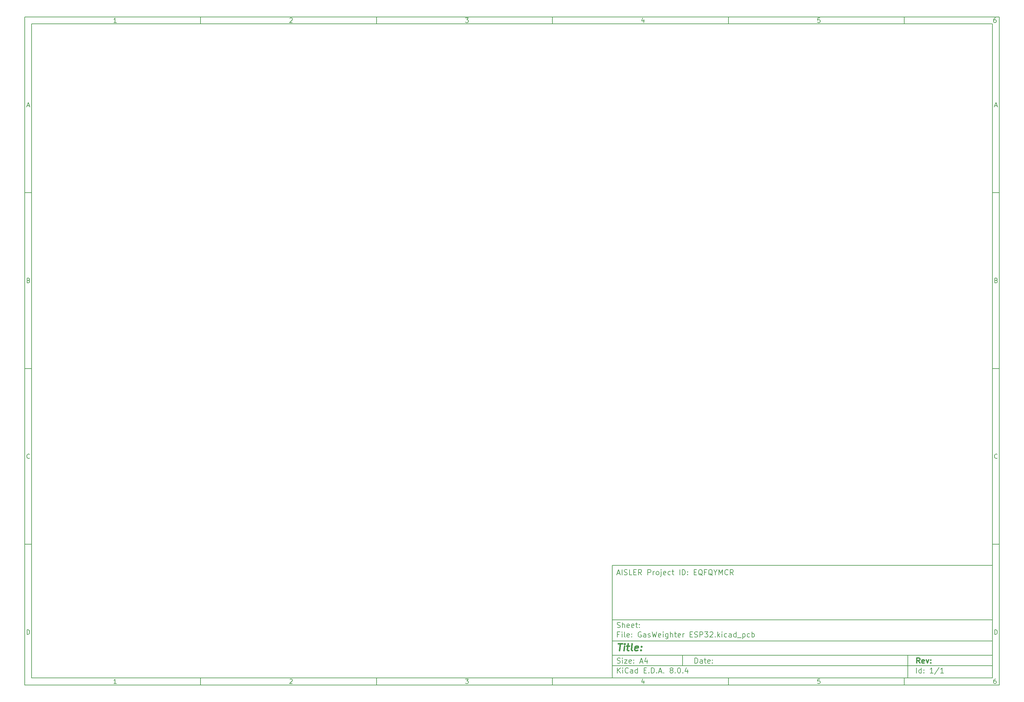
<source format=gbr>
%TF.GenerationSoftware,KiCad,Pcbnew,8.0.4*%
%TF.CreationDate,2024-08-29T22:36:47+02:00*%
%TF.ProjectId,GasWeighter ESP32,47617357-6569-4676-9874-657220455350,rev?*%
%TF.SameCoordinates,Original*%
%TF.FileFunction,Paste,Bot*%
%TF.FilePolarity,Positive*%
%FSLAX46Y46*%
G04 Gerber Fmt 4.6, Leading zero omitted, Abs format (unit mm)*
G04 Created by KiCad (PCBNEW 8.0.4) date 2024-08-29 22:36:47*
%MOMM*%
%LPD*%
G01*
G04 APERTURE LIST*
%ADD10C,0.100000*%
%ADD11C,0.150000*%
%ADD12C,0.300000*%
%ADD13C,0.400000*%
G04 APERTURE END LIST*
D10*
D11*
X177002200Y-166007200D02*
X285002200Y-166007200D01*
X285002200Y-198007200D01*
X177002200Y-198007200D01*
X177002200Y-166007200D01*
D10*
D11*
X10000000Y-10000000D02*
X287002200Y-10000000D01*
X287002200Y-200007200D01*
X10000000Y-200007200D01*
X10000000Y-10000000D01*
D10*
D11*
X12000000Y-12000000D02*
X285002200Y-12000000D01*
X285002200Y-198007200D01*
X12000000Y-198007200D01*
X12000000Y-12000000D01*
D10*
D11*
X60000000Y-12000000D02*
X60000000Y-10000000D01*
D10*
D11*
X110000000Y-12000000D02*
X110000000Y-10000000D01*
D10*
D11*
X160000000Y-12000000D02*
X160000000Y-10000000D01*
D10*
D11*
X210000000Y-12000000D02*
X210000000Y-10000000D01*
D10*
D11*
X260000000Y-12000000D02*
X260000000Y-10000000D01*
D10*
D11*
X36089160Y-11593604D02*
X35346303Y-11593604D01*
X35717731Y-11593604D02*
X35717731Y-10293604D01*
X35717731Y-10293604D02*
X35593922Y-10479319D01*
X35593922Y-10479319D02*
X35470112Y-10603128D01*
X35470112Y-10603128D02*
X35346303Y-10665033D01*
D10*
D11*
X85346303Y-10417414D02*
X85408207Y-10355509D01*
X85408207Y-10355509D02*
X85532017Y-10293604D01*
X85532017Y-10293604D02*
X85841541Y-10293604D01*
X85841541Y-10293604D02*
X85965350Y-10355509D01*
X85965350Y-10355509D02*
X86027255Y-10417414D01*
X86027255Y-10417414D02*
X86089160Y-10541223D01*
X86089160Y-10541223D02*
X86089160Y-10665033D01*
X86089160Y-10665033D02*
X86027255Y-10850747D01*
X86027255Y-10850747D02*
X85284398Y-11593604D01*
X85284398Y-11593604D02*
X86089160Y-11593604D01*
D10*
D11*
X135284398Y-10293604D02*
X136089160Y-10293604D01*
X136089160Y-10293604D02*
X135655826Y-10788842D01*
X135655826Y-10788842D02*
X135841541Y-10788842D01*
X135841541Y-10788842D02*
X135965350Y-10850747D01*
X135965350Y-10850747D02*
X136027255Y-10912652D01*
X136027255Y-10912652D02*
X136089160Y-11036461D01*
X136089160Y-11036461D02*
X136089160Y-11345985D01*
X136089160Y-11345985D02*
X136027255Y-11469795D01*
X136027255Y-11469795D02*
X135965350Y-11531700D01*
X135965350Y-11531700D02*
X135841541Y-11593604D01*
X135841541Y-11593604D02*
X135470112Y-11593604D01*
X135470112Y-11593604D02*
X135346303Y-11531700D01*
X135346303Y-11531700D02*
X135284398Y-11469795D01*
D10*
D11*
X185965350Y-10726938D02*
X185965350Y-11593604D01*
X185655826Y-10231700D02*
X185346303Y-11160271D01*
X185346303Y-11160271D02*
X186151064Y-11160271D01*
D10*
D11*
X236027255Y-10293604D02*
X235408207Y-10293604D01*
X235408207Y-10293604D02*
X235346303Y-10912652D01*
X235346303Y-10912652D02*
X235408207Y-10850747D01*
X235408207Y-10850747D02*
X235532017Y-10788842D01*
X235532017Y-10788842D02*
X235841541Y-10788842D01*
X235841541Y-10788842D02*
X235965350Y-10850747D01*
X235965350Y-10850747D02*
X236027255Y-10912652D01*
X236027255Y-10912652D02*
X236089160Y-11036461D01*
X236089160Y-11036461D02*
X236089160Y-11345985D01*
X236089160Y-11345985D02*
X236027255Y-11469795D01*
X236027255Y-11469795D02*
X235965350Y-11531700D01*
X235965350Y-11531700D02*
X235841541Y-11593604D01*
X235841541Y-11593604D02*
X235532017Y-11593604D01*
X235532017Y-11593604D02*
X235408207Y-11531700D01*
X235408207Y-11531700D02*
X235346303Y-11469795D01*
D10*
D11*
X285965350Y-10293604D02*
X285717731Y-10293604D01*
X285717731Y-10293604D02*
X285593922Y-10355509D01*
X285593922Y-10355509D02*
X285532017Y-10417414D01*
X285532017Y-10417414D02*
X285408207Y-10603128D01*
X285408207Y-10603128D02*
X285346303Y-10850747D01*
X285346303Y-10850747D02*
X285346303Y-11345985D01*
X285346303Y-11345985D02*
X285408207Y-11469795D01*
X285408207Y-11469795D02*
X285470112Y-11531700D01*
X285470112Y-11531700D02*
X285593922Y-11593604D01*
X285593922Y-11593604D02*
X285841541Y-11593604D01*
X285841541Y-11593604D02*
X285965350Y-11531700D01*
X285965350Y-11531700D02*
X286027255Y-11469795D01*
X286027255Y-11469795D02*
X286089160Y-11345985D01*
X286089160Y-11345985D02*
X286089160Y-11036461D01*
X286089160Y-11036461D02*
X286027255Y-10912652D01*
X286027255Y-10912652D02*
X285965350Y-10850747D01*
X285965350Y-10850747D02*
X285841541Y-10788842D01*
X285841541Y-10788842D02*
X285593922Y-10788842D01*
X285593922Y-10788842D02*
X285470112Y-10850747D01*
X285470112Y-10850747D02*
X285408207Y-10912652D01*
X285408207Y-10912652D02*
X285346303Y-11036461D01*
D10*
D11*
X60000000Y-198007200D02*
X60000000Y-200007200D01*
D10*
D11*
X110000000Y-198007200D02*
X110000000Y-200007200D01*
D10*
D11*
X160000000Y-198007200D02*
X160000000Y-200007200D01*
D10*
D11*
X210000000Y-198007200D02*
X210000000Y-200007200D01*
D10*
D11*
X260000000Y-198007200D02*
X260000000Y-200007200D01*
D10*
D11*
X36089160Y-199600804D02*
X35346303Y-199600804D01*
X35717731Y-199600804D02*
X35717731Y-198300804D01*
X35717731Y-198300804D02*
X35593922Y-198486519D01*
X35593922Y-198486519D02*
X35470112Y-198610328D01*
X35470112Y-198610328D02*
X35346303Y-198672233D01*
D10*
D11*
X85346303Y-198424614D02*
X85408207Y-198362709D01*
X85408207Y-198362709D02*
X85532017Y-198300804D01*
X85532017Y-198300804D02*
X85841541Y-198300804D01*
X85841541Y-198300804D02*
X85965350Y-198362709D01*
X85965350Y-198362709D02*
X86027255Y-198424614D01*
X86027255Y-198424614D02*
X86089160Y-198548423D01*
X86089160Y-198548423D02*
X86089160Y-198672233D01*
X86089160Y-198672233D02*
X86027255Y-198857947D01*
X86027255Y-198857947D02*
X85284398Y-199600804D01*
X85284398Y-199600804D02*
X86089160Y-199600804D01*
D10*
D11*
X135284398Y-198300804D02*
X136089160Y-198300804D01*
X136089160Y-198300804D02*
X135655826Y-198796042D01*
X135655826Y-198796042D02*
X135841541Y-198796042D01*
X135841541Y-198796042D02*
X135965350Y-198857947D01*
X135965350Y-198857947D02*
X136027255Y-198919852D01*
X136027255Y-198919852D02*
X136089160Y-199043661D01*
X136089160Y-199043661D02*
X136089160Y-199353185D01*
X136089160Y-199353185D02*
X136027255Y-199476995D01*
X136027255Y-199476995D02*
X135965350Y-199538900D01*
X135965350Y-199538900D02*
X135841541Y-199600804D01*
X135841541Y-199600804D02*
X135470112Y-199600804D01*
X135470112Y-199600804D02*
X135346303Y-199538900D01*
X135346303Y-199538900D02*
X135284398Y-199476995D01*
D10*
D11*
X185965350Y-198734138D02*
X185965350Y-199600804D01*
X185655826Y-198238900D02*
X185346303Y-199167471D01*
X185346303Y-199167471D02*
X186151064Y-199167471D01*
D10*
D11*
X236027255Y-198300804D02*
X235408207Y-198300804D01*
X235408207Y-198300804D02*
X235346303Y-198919852D01*
X235346303Y-198919852D02*
X235408207Y-198857947D01*
X235408207Y-198857947D02*
X235532017Y-198796042D01*
X235532017Y-198796042D02*
X235841541Y-198796042D01*
X235841541Y-198796042D02*
X235965350Y-198857947D01*
X235965350Y-198857947D02*
X236027255Y-198919852D01*
X236027255Y-198919852D02*
X236089160Y-199043661D01*
X236089160Y-199043661D02*
X236089160Y-199353185D01*
X236089160Y-199353185D02*
X236027255Y-199476995D01*
X236027255Y-199476995D02*
X235965350Y-199538900D01*
X235965350Y-199538900D02*
X235841541Y-199600804D01*
X235841541Y-199600804D02*
X235532017Y-199600804D01*
X235532017Y-199600804D02*
X235408207Y-199538900D01*
X235408207Y-199538900D02*
X235346303Y-199476995D01*
D10*
D11*
X285965350Y-198300804D02*
X285717731Y-198300804D01*
X285717731Y-198300804D02*
X285593922Y-198362709D01*
X285593922Y-198362709D02*
X285532017Y-198424614D01*
X285532017Y-198424614D02*
X285408207Y-198610328D01*
X285408207Y-198610328D02*
X285346303Y-198857947D01*
X285346303Y-198857947D02*
X285346303Y-199353185D01*
X285346303Y-199353185D02*
X285408207Y-199476995D01*
X285408207Y-199476995D02*
X285470112Y-199538900D01*
X285470112Y-199538900D02*
X285593922Y-199600804D01*
X285593922Y-199600804D02*
X285841541Y-199600804D01*
X285841541Y-199600804D02*
X285965350Y-199538900D01*
X285965350Y-199538900D02*
X286027255Y-199476995D01*
X286027255Y-199476995D02*
X286089160Y-199353185D01*
X286089160Y-199353185D02*
X286089160Y-199043661D01*
X286089160Y-199043661D02*
X286027255Y-198919852D01*
X286027255Y-198919852D02*
X285965350Y-198857947D01*
X285965350Y-198857947D02*
X285841541Y-198796042D01*
X285841541Y-198796042D02*
X285593922Y-198796042D01*
X285593922Y-198796042D02*
X285470112Y-198857947D01*
X285470112Y-198857947D02*
X285408207Y-198919852D01*
X285408207Y-198919852D02*
X285346303Y-199043661D01*
D10*
D11*
X10000000Y-60000000D02*
X12000000Y-60000000D01*
D10*
D11*
X10000000Y-110000000D02*
X12000000Y-110000000D01*
D10*
D11*
X10000000Y-160000000D02*
X12000000Y-160000000D01*
D10*
D11*
X10690476Y-35222176D02*
X11309523Y-35222176D01*
X10566666Y-35593604D02*
X10999999Y-34293604D01*
X10999999Y-34293604D02*
X11433333Y-35593604D01*
D10*
D11*
X11092857Y-84912652D02*
X11278571Y-84974557D01*
X11278571Y-84974557D02*
X11340476Y-85036461D01*
X11340476Y-85036461D02*
X11402380Y-85160271D01*
X11402380Y-85160271D02*
X11402380Y-85345985D01*
X11402380Y-85345985D02*
X11340476Y-85469795D01*
X11340476Y-85469795D02*
X11278571Y-85531700D01*
X11278571Y-85531700D02*
X11154761Y-85593604D01*
X11154761Y-85593604D02*
X10659523Y-85593604D01*
X10659523Y-85593604D02*
X10659523Y-84293604D01*
X10659523Y-84293604D02*
X11092857Y-84293604D01*
X11092857Y-84293604D02*
X11216666Y-84355509D01*
X11216666Y-84355509D02*
X11278571Y-84417414D01*
X11278571Y-84417414D02*
X11340476Y-84541223D01*
X11340476Y-84541223D02*
X11340476Y-84665033D01*
X11340476Y-84665033D02*
X11278571Y-84788842D01*
X11278571Y-84788842D02*
X11216666Y-84850747D01*
X11216666Y-84850747D02*
X11092857Y-84912652D01*
X11092857Y-84912652D02*
X10659523Y-84912652D01*
D10*
D11*
X11402380Y-135469795D02*
X11340476Y-135531700D01*
X11340476Y-135531700D02*
X11154761Y-135593604D01*
X11154761Y-135593604D02*
X11030952Y-135593604D01*
X11030952Y-135593604D02*
X10845238Y-135531700D01*
X10845238Y-135531700D02*
X10721428Y-135407890D01*
X10721428Y-135407890D02*
X10659523Y-135284080D01*
X10659523Y-135284080D02*
X10597619Y-135036461D01*
X10597619Y-135036461D02*
X10597619Y-134850747D01*
X10597619Y-134850747D02*
X10659523Y-134603128D01*
X10659523Y-134603128D02*
X10721428Y-134479319D01*
X10721428Y-134479319D02*
X10845238Y-134355509D01*
X10845238Y-134355509D02*
X11030952Y-134293604D01*
X11030952Y-134293604D02*
X11154761Y-134293604D01*
X11154761Y-134293604D02*
X11340476Y-134355509D01*
X11340476Y-134355509D02*
X11402380Y-134417414D01*
D10*
D11*
X10659523Y-185593604D02*
X10659523Y-184293604D01*
X10659523Y-184293604D02*
X10969047Y-184293604D01*
X10969047Y-184293604D02*
X11154761Y-184355509D01*
X11154761Y-184355509D02*
X11278571Y-184479319D01*
X11278571Y-184479319D02*
X11340476Y-184603128D01*
X11340476Y-184603128D02*
X11402380Y-184850747D01*
X11402380Y-184850747D02*
X11402380Y-185036461D01*
X11402380Y-185036461D02*
X11340476Y-185284080D01*
X11340476Y-185284080D02*
X11278571Y-185407890D01*
X11278571Y-185407890D02*
X11154761Y-185531700D01*
X11154761Y-185531700D02*
X10969047Y-185593604D01*
X10969047Y-185593604D02*
X10659523Y-185593604D01*
D10*
D11*
X287002200Y-60000000D02*
X285002200Y-60000000D01*
D10*
D11*
X287002200Y-110000000D02*
X285002200Y-110000000D01*
D10*
D11*
X287002200Y-160000000D02*
X285002200Y-160000000D01*
D10*
D11*
X285692676Y-35222176D02*
X286311723Y-35222176D01*
X285568866Y-35593604D02*
X286002199Y-34293604D01*
X286002199Y-34293604D02*
X286435533Y-35593604D01*
D10*
D11*
X286095057Y-84912652D02*
X286280771Y-84974557D01*
X286280771Y-84974557D02*
X286342676Y-85036461D01*
X286342676Y-85036461D02*
X286404580Y-85160271D01*
X286404580Y-85160271D02*
X286404580Y-85345985D01*
X286404580Y-85345985D02*
X286342676Y-85469795D01*
X286342676Y-85469795D02*
X286280771Y-85531700D01*
X286280771Y-85531700D02*
X286156961Y-85593604D01*
X286156961Y-85593604D02*
X285661723Y-85593604D01*
X285661723Y-85593604D02*
X285661723Y-84293604D01*
X285661723Y-84293604D02*
X286095057Y-84293604D01*
X286095057Y-84293604D02*
X286218866Y-84355509D01*
X286218866Y-84355509D02*
X286280771Y-84417414D01*
X286280771Y-84417414D02*
X286342676Y-84541223D01*
X286342676Y-84541223D02*
X286342676Y-84665033D01*
X286342676Y-84665033D02*
X286280771Y-84788842D01*
X286280771Y-84788842D02*
X286218866Y-84850747D01*
X286218866Y-84850747D02*
X286095057Y-84912652D01*
X286095057Y-84912652D02*
X285661723Y-84912652D01*
D10*
D11*
X286404580Y-135469795D02*
X286342676Y-135531700D01*
X286342676Y-135531700D02*
X286156961Y-135593604D01*
X286156961Y-135593604D02*
X286033152Y-135593604D01*
X286033152Y-135593604D02*
X285847438Y-135531700D01*
X285847438Y-135531700D02*
X285723628Y-135407890D01*
X285723628Y-135407890D02*
X285661723Y-135284080D01*
X285661723Y-135284080D02*
X285599819Y-135036461D01*
X285599819Y-135036461D02*
X285599819Y-134850747D01*
X285599819Y-134850747D02*
X285661723Y-134603128D01*
X285661723Y-134603128D02*
X285723628Y-134479319D01*
X285723628Y-134479319D02*
X285847438Y-134355509D01*
X285847438Y-134355509D02*
X286033152Y-134293604D01*
X286033152Y-134293604D02*
X286156961Y-134293604D01*
X286156961Y-134293604D02*
X286342676Y-134355509D01*
X286342676Y-134355509D02*
X286404580Y-134417414D01*
D10*
D11*
X285661723Y-185593604D02*
X285661723Y-184293604D01*
X285661723Y-184293604D02*
X285971247Y-184293604D01*
X285971247Y-184293604D02*
X286156961Y-184355509D01*
X286156961Y-184355509D02*
X286280771Y-184479319D01*
X286280771Y-184479319D02*
X286342676Y-184603128D01*
X286342676Y-184603128D02*
X286404580Y-184850747D01*
X286404580Y-184850747D02*
X286404580Y-185036461D01*
X286404580Y-185036461D02*
X286342676Y-185284080D01*
X286342676Y-185284080D02*
X286280771Y-185407890D01*
X286280771Y-185407890D02*
X286156961Y-185531700D01*
X286156961Y-185531700D02*
X285971247Y-185593604D01*
X285971247Y-185593604D02*
X285661723Y-185593604D01*
D10*
D11*
X200458026Y-193793328D02*
X200458026Y-192293328D01*
X200458026Y-192293328D02*
X200815169Y-192293328D01*
X200815169Y-192293328D02*
X201029455Y-192364757D01*
X201029455Y-192364757D02*
X201172312Y-192507614D01*
X201172312Y-192507614D02*
X201243741Y-192650471D01*
X201243741Y-192650471D02*
X201315169Y-192936185D01*
X201315169Y-192936185D02*
X201315169Y-193150471D01*
X201315169Y-193150471D02*
X201243741Y-193436185D01*
X201243741Y-193436185D02*
X201172312Y-193579042D01*
X201172312Y-193579042D02*
X201029455Y-193721900D01*
X201029455Y-193721900D02*
X200815169Y-193793328D01*
X200815169Y-193793328D02*
X200458026Y-193793328D01*
X202600884Y-193793328D02*
X202600884Y-193007614D01*
X202600884Y-193007614D02*
X202529455Y-192864757D01*
X202529455Y-192864757D02*
X202386598Y-192793328D01*
X202386598Y-192793328D02*
X202100884Y-192793328D01*
X202100884Y-192793328D02*
X201958026Y-192864757D01*
X202600884Y-193721900D02*
X202458026Y-193793328D01*
X202458026Y-193793328D02*
X202100884Y-193793328D01*
X202100884Y-193793328D02*
X201958026Y-193721900D01*
X201958026Y-193721900D02*
X201886598Y-193579042D01*
X201886598Y-193579042D02*
X201886598Y-193436185D01*
X201886598Y-193436185D02*
X201958026Y-193293328D01*
X201958026Y-193293328D02*
X202100884Y-193221900D01*
X202100884Y-193221900D02*
X202458026Y-193221900D01*
X202458026Y-193221900D02*
X202600884Y-193150471D01*
X203100884Y-192793328D02*
X203672312Y-192793328D01*
X203315169Y-192293328D02*
X203315169Y-193579042D01*
X203315169Y-193579042D02*
X203386598Y-193721900D01*
X203386598Y-193721900D02*
X203529455Y-193793328D01*
X203529455Y-193793328D02*
X203672312Y-193793328D01*
X204743741Y-193721900D02*
X204600884Y-193793328D01*
X204600884Y-193793328D02*
X204315170Y-193793328D01*
X204315170Y-193793328D02*
X204172312Y-193721900D01*
X204172312Y-193721900D02*
X204100884Y-193579042D01*
X204100884Y-193579042D02*
X204100884Y-193007614D01*
X204100884Y-193007614D02*
X204172312Y-192864757D01*
X204172312Y-192864757D02*
X204315170Y-192793328D01*
X204315170Y-192793328D02*
X204600884Y-192793328D01*
X204600884Y-192793328D02*
X204743741Y-192864757D01*
X204743741Y-192864757D02*
X204815170Y-193007614D01*
X204815170Y-193007614D02*
X204815170Y-193150471D01*
X204815170Y-193150471D02*
X204100884Y-193293328D01*
X205458026Y-193650471D02*
X205529455Y-193721900D01*
X205529455Y-193721900D02*
X205458026Y-193793328D01*
X205458026Y-193793328D02*
X205386598Y-193721900D01*
X205386598Y-193721900D02*
X205458026Y-193650471D01*
X205458026Y-193650471D02*
X205458026Y-193793328D01*
X205458026Y-192864757D02*
X205529455Y-192936185D01*
X205529455Y-192936185D02*
X205458026Y-193007614D01*
X205458026Y-193007614D02*
X205386598Y-192936185D01*
X205386598Y-192936185D02*
X205458026Y-192864757D01*
X205458026Y-192864757D02*
X205458026Y-193007614D01*
D10*
D11*
X177002200Y-194507200D02*
X285002200Y-194507200D01*
D10*
D11*
X178458026Y-196593328D02*
X178458026Y-195093328D01*
X179315169Y-196593328D02*
X178672312Y-195736185D01*
X179315169Y-195093328D02*
X178458026Y-195950471D01*
X179958026Y-196593328D02*
X179958026Y-195593328D01*
X179958026Y-195093328D02*
X179886598Y-195164757D01*
X179886598Y-195164757D02*
X179958026Y-195236185D01*
X179958026Y-195236185D02*
X180029455Y-195164757D01*
X180029455Y-195164757D02*
X179958026Y-195093328D01*
X179958026Y-195093328D02*
X179958026Y-195236185D01*
X181529455Y-196450471D02*
X181458027Y-196521900D01*
X181458027Y-196521900D02*
X181243741Y-196593328D01*
X181243741Y-196593328D02*
X181100884Y-196593328D01*
X181100884Y-196593328D02*
X180886598Y-196521900D01*
X180886598Y-196521900D02*
X180743741Y-196379042D01*
X180743741Y-196379042D02*
X180672312Y-196236185D01*
X180672312Y-196236185D02*
X180600884Y-195950471D01*
X180600884Y-195950471D02*
X180600884Y-195736185D01*
X180600884Y-195736185D02*
X180672312Y-195450471D01*
X180672312Y-195450471D02*
X180743741Y-195307614D01*
X180743741Y-195307614D02*
X180886598Y-195164757D01*
X180886598Y-195164757D02*
X181100884Y-195093328D01*
X181100884Y-195093328D02*
X181243741Y-195093328D01*
X181243741Y-195093328D02*
X181458027Y-195164757D01*
X181458027Y-195164757D02*
X181529455Y-195236185D01*
X182815170Y-196593328D02*
X182815170Y-195807614D01*
X182815170Y-195807614D02*
X182743741Y-195664757D01*
X182743741Y-195664757D02*
X182600884Y-195593328D01*
X182600884Y-195593328D02*
X182315170Y-195593328D01*
X182315170Y-195593328D02*
X182172312Y-195664757D01*
X182815170Y-196521900D02*
X182672312Y-196593328D01*
X182672312Y-196593328D02*
X182315170Y-196593328D01*
X182315170Y-196593328D02*
X182172312Y-196521900D01*
X182172312Y-196521900D02*
X182100884Y-196379042D01*
X182100884Y-196379042D02*
X182100884Y-196236185D01*
X182100884Y-196236185D02*
X182172312Y-196093328D01*
X182172312Y-196093328D02*
X182315170Y-196021900D01*
X182315170Y-196021900D02*
X182672312Y-196021900D01*
X182672312Y-196021900D02*
X182815170Y-195950471D01*
X184172313Y-196593328D02*
X184172313Y-195093328D01*
X184172313Y-196521900D02*
X184029455Y-196593328D01*
X184029455Y-196593328D02*
X183743741Y-196593328D01*
X183743741Y-196593328D02*
X183600884Y-196521900D01*
X183600884Y-196521900D02*
X183529455Y-196450471D01*
X183529455Y-196450471D02*
X183458027Y-196307614D01*
X183458027Y-196307614D02*
X183458027Y-195879042D01*
X183458027Y-195879042D02*
X183529455Y-195736185D01*
X183529455Y-195736185D02*
X183600884Y-195664757D01*
X183600884Y-195664757D02*
X183743741Y-195593328D01*
X183743741Y-195593328D02*
X184029455Y-195593328D01*
X184029455Y-195593328D02*
X184172313Y-195664757D01*
X186029455Y-195807614D02*
X186529455Y-195807614D01*
X186743741Y-196593328D02*
X186029455Y-196593328D01*
X186029455Y-196593328D02*
X186029455Y-195093328D01*
X186029455Y-195093328D02*
X186743741Y-195093328D01*
X187386598Y-196450471D02*
X187458027Y-196521900D01*
X187458027Y-196521900D02*
X187386598Y-196593328D01*
X187386598Y-196593328D02*
X187315170Y-196521900D01*
X187315170Y-196521900D02*
X187386598Y-196450471D01*
X187386598Y-196450471D02*
X187386598Y-196593328D01*
X188100884Y-196593328D02*
X188100884Y-195093328D01*
X188100884Y-195093328D02*
X188458027Y-195093328D01*
X188458027Y-195093328D02*
X188672313Y-195164757D01*
X188672313Y-195164757D02*
X188815170Y-195307614D01*
X188815170Y-195307614D02*
X188886599Y-195450471D01*
X188886599Y-195450471D02*
X188958027Y-195736185D01*
X188958027Y-195736185D02*
X188958027Y-195950471D01*
X188958027Y-195950471D02*
X188886599Y-196236185D01*
X188886599Y-196236185D02*
X188815170Y-196379042D01*
X188815170Y-196379042D02*
X188672313Y-196521900D01*
X188672313Y-196521900D02*
X188458027Y-196593328D01*
X188458027Y-196593328D02*
X188100884Y-196593328D01*
X189600884Y-196450471D02*
X189672313Y-196521900D01*
X189672313Y-196521900D02*
X189600884Y-196593328D01*
X189600884Y-196593328D02*
X189529456Y-196521900D01*
X189529456Y-196521900D02*
X189600884Y-196450471D01*
X189600884Y-196450471D02*
X189600884Y-196593328D01*
X190243742Y-196164757D02*
X190958028Y-196164757D01*
X190100885Y-196593328D02*
X190600885Y-195093328D01*
X190600885Y-195093328D02*
X191100885Y-196593328D01*
X191600884Y-196450471D02*
X191672313Y-196521900D01*
X191672313Y-196521900D02*
X191600884Y-196593328D01*
X191600884Y-196593328D02*
X191529456Y-196521900D01*
X191529456Y-196521900D02*
X191600884Y-196450471D01*
X191600884Y-196450471D02*
X191600884Y-196593328D01*
X193672313Y-195736185D02*
X193529456Y-195664757D01*
X193529456Y-195664757D02*
X193458027Y-195593328D01*
X193458027Y-195593328D02*
X193386599Y-195450471D01*
X193386599Y-195450471D02*
X193386599Y-195379042D01*
X193386599Y-195379042D02*
X193458027Y-195236185D01*
X193458027Y-195236185D02*
X193529456Y-195164757D01*
X193529456Y-195164757D02*
X193672313Y-195093328D01*
X193672313Y-195093328D02*
X193958027Y-195093328D01*
X193958027Y-195093328D02*
X194100885Y-195164757D01*
X194100885Y-195164757D02*
X194172313Y-195236185D01*
X194172313Y-195236185D02*
X194243742Y-195379042D01*
X194243742Y-195379042D02*
X194243742Y-195450471D01*
X194243742Y-195450471D02*
X194172313Y-195593328D01*
X194172313Y-195593328D02*
X194100885Y-195664757D01*
X194100885Y-195664757D02*
X193958027Y-195736185D01*
X193958027Y-195736185D02*
X193672313Y-195736185D01*
X193672313Y-195736185D02*
X193529456Y-195807614D01*
X193529456Y-195807614D02*
X193458027Y-195879042D01*
X193458027Y-195879042D02*
X193386599Y-196021900D01*
X193386599Y-196021900D02*
X193386599Y-196307614D01*
X193386599Y-196307614D02*
X193458027Y-196450471D01*
X193458027Y-196450471D02*
X193529456Y-196521900D01*
X193529456Y-196521900D02*
X193672313Y-196593328D01*
X193672313Y-196593328D02*
X193958027Y-196593328D01*
X193958027Y-196593328D02*
X194100885Y-196521900D01*
X194100885Y-196521900D02*
X194172313Y-196450471D01*
X194172313Y-196450471D02*
X194243742Y-196307614D01*
X194243742Y-196307614D02*
X194243742Y-196021900D01*
X194243742Y-196021900D02*
X194172313Y-195879042D01*
X194172313Y-195879042D02*
X194100885Y-195807614D01*
X194100885Y-195807614D02*
X193958027Y-195736185D01*
X194886598Y-196450471D02*
X194958027Y-196521900D01*
X194958027Y-196521900D02*
X194886598Y-196593328D01*
X194886598Y-196593328D02*
X194815170Y-196521900D01*
X194815170Y-196521900D02*
X194886598Y-196450471D01*
X194886598Y-196450471D02*
X194886598Y-196593328D01*
X195886599Y-195093328D02*
X196029456Y-195093328D01*
X196029456Y-195093328D02*
X196172313Y-195164757D01*
X196172313Y-195164757D02*
X196243742Y-195236185D01*
X196243742Y-195236185D02*
X196315170Y-195379042D01*
X196315170Y-195379042D02*
X196386599Y-195664757D01*
X196386599Y-195664757D02*
X196386599Y-196021900D01*
X196386599Y-196021900D02*
X196315170Y-196307614D01*
X196315170Y-196307614D02*
X196243742Y-196450471D01*
X196243742Y-196450471D02*
X196172313Y-196521900D01*
X196172313Y-196521900D02*
X196029456Y-196593328D01*
X196029456Y-196593328D02*
X195886599Y-196593328D01*
X195886599Y-196593328D02*
X195743742Y-196521900D01*
X195743742Y-196521900D02*
X195672313Y-196450471D01*
X195672313Y-196450471D02*
X195600884Y-196307614D01*
X195600884Y-196307614D02*
X195529456Y-196021900D01*
X195529456Y-196021900D02*
X195529456Y-195664757D01*
X195529456Y-195664757D02*
X195600884Y-195379042D01*
X195600884Y-195379042D02*
X195672313Y-195236185D01*
X195672313Y-195236185D02*
X195743742Y-195164757D01*
X195743742Y-195164757D02*
X195886599Y-195093328D01*
X197029455Y-196450471D02*
X197100884Y-196521900D01*
X197100884Y-196521900D02*
X197029455Y-196593328D01*
X197029455Y-196593328D02*
X196958027Y-196521900D01*
X196958027Y-196521900D02*
X197029455Y-196450471D01*
X197029455Y-196450471D02*
X197029455Y-196593328D01*
X198386599Y-195593328D02*
X198386599Y-196593328D01*
X198029456Y-195021900D02*
X197672313Y-196093328D01*
X197672313Y-196093328D02*
X198600884Y-196093328D01*
D10*
D11*
X177002200Y-191507200D02*
X285002200Y-191507200D01*
D10*
D12*
X264413853Y-193785528D02*
X263913853Y-193071242D01*
X263556710Y-193785528D02*
X263556710Y-192285528D01*
X263556710Y-192285528D02*
X264128139Y-192285528D01*
X264128139Y-192285528D02*
X264270996Y-192356957D01*
X264270996Y-192356957D02*
X264342425Y-192428385D01*
X264342425Y-192428385D02*
X264413853Y-192571242D01*
X264413853Y-192571242D02*
X264413853Y-192785528D01*
X264413853Y-192785528D02*
X264342425Y-192928385D01*
X264342425Y-192928385D02*
X264270996Y-192999814D01*
X264270996Y-192999814D02*
X264128139Y-193071242D01*
X264128139Y-193071242D02*
X263556710Y-193071242D01*
X265628139Y-193714100D02*
X265485282Y-193785528D01*
X265485282Y-193785528D02*
X265199568Y-193785528D01*
X265199568Y-193785528D02*
X265056710Y-193714100D01*
X265056710Y-193714100D02*
X264985282Y-193571242D01*
X264985282Y-193571242D02*
X264985282Y-192999814D01*
X264985282Y-192999814D02*
X265056710Y-192856957D01*
X265056710Y-192856957D02*
X265199568Y-192785528D01*
X265199568Y-192785528D02*
X265485282Y-192785528D01*
X265485282Y-192785528D02*
X265628139Y-192856957D01*
X265628139Y-192856957D02*
X265699568Y-192999814D01*
X265699568Y-192999814D02*
X265699568Y-193142671D01*
X265699568Y-193142671D02*
X264985282Y-193285528D01*
X266199567Y-192785528D02*
X266556710Y-193785528D01*
X266556710Y-193785528D02*
X266913853Y-192785528D01*
X267485281Y-193642671D02*
X267556710Y-193714100D01*
X267556710Y-193714100D02*
X267485281Y-193785528D01*
X267485281Y-193785528D02*
X267413853Y-193714100D01*
X267413853Y-193714100D02*
X267485281Y-193642671D01*
X267485281Y-193642671D02*
X267485281Y-193785528D01*
X267485281Y-192856957D02*
X267556710Y-192928385D01*
X267556710Y-192928385D02*
X267485281Y-192999814D01*
X267485281Y-192999814D02*
X267413853Y-192928385D01*
X267413853Y-192928385D02*
X267485281Y-192856957D01*
X267485281Y-192856957D02*
X267485281Y-192999814D01*
D10*
D11*
X178386598Y-193721900D02*
X178600884Y-193793328D01*
X178600884Y-193793328D02*
X178958026Y-193793328D01*
X178958026Y-193793328D02*
X179100884Y-193721900D01*
X179100884Y-193721900D02*
X179172312Y-193650471D01*
X179172312Y-193650471D02*
X179243741Y-193507614D01*
X179243741Y-193507614D02*
X179243741Y-193364757D01*
X179243741Y-193364757D02*
X179172312Y-193221900D01*
X179172312Y-193221900D02*
X179100884Y-193150471D01*
X179100884Y-193150471D02*
X178958026Y-193079042D01*
X178958026Y-193079042D02*
X178672312Y-193007614D01*
X178672312Y-193007614D02*
X178529455Y-192936185D01*
X178529455Y-192936185D02*
X178458026Y-192864757D01*
X178458026Y-192864757D02*
X178386598Y-192721900D01*
X178386598Y-192721900D02*
X178386598Y-192579042D01*
X178386598Y-192579042D02*
X178458026Y-192436185D01*
X178458026Y-192436185D02*
X178529455Y-192364757D01*
X178529455Y-192364757D02*
X178672312Y-192293328D01*
X178672312Y-192293328D02*
X179029455Y-192293328D01*
X179029455Y-192293328D02*
X179243741Y-192364757D01*
X179886597Y-193793328D02*
X179886597Y-192793328D01*
X179886597Y-192293328D02*
X179815169Y-192364757D01*
X179815169Y-192364757D02*
X179886597Y-192436185D01*
X179886597Y-192436185D02*
X179958026Y-192364757D01*
X179958026Y-192364757D02*
X179886597Y-192293328D01*
X179886597Y-192293328D02*
X179886597Y-192436185D01*
X180458026Y-192793328D02*
X181243741Y-192793328D01*
X181243741Y-192793328D02*
X180458026Y-193793328D01*
X180458026Y-193793328D02*
X181243741Y-193793328D01*
X182386598Y-193721900D02*
X182243741Y-193793328D01*
X182243741Y-193793328D02*
X181958027Y-193793328D01*
X181958027Y-193793328D02*
X181815169Y-193721900D01*
X181815169Y-193721900D02*
X181743741Y-193579042D01*
X181743741Y-193579042D02*
X181743741Y-193007614D01*
X181743741Y-193007614D02*
X181815169Y-192864757D01*
X181815169Y-192864757D02*
X181958027Y-192793328D01*
X181958027Y-192793328D02*
X182243741Y-192793328D01*
X182243741Y-192793328D02*
X182386598Y-192864757D01*
X182386598Y-192864757D02*
X182458027Y-193007614D01*
X182458027Y-193007614D02*
X182458027Y-193150471D01*
X182458027Y-193150471D02*
X181743741Y-193293328D01*
X183100883Y-193650471D02*
X183172312Y-193721900D01*
X183172312Y-193721900D02*
X183100883Y-193793328D01*
X183100883Y-193793328D02*
X183029455Y-193721900D01*
X183029455Y-193721900D02*
X183100883Y-193650471D01*
X183100883Y-193650471D02*
X183100883Y-193793328D01*
X183100883Y-192864757D02*
X183172312Y-192936185D01*
X183172312Y-192936185D02*
X183100883Y-193007614D01*
X183100883Y-193007614D02*
X183029455Y-192936185D01*
X183029455Y-192936185D02*
X183100883Y-192864757D01*
X183100883Y-192864757D02*
X183100883Y-193007614D01*
X184886598Y-193364757D02*
X185600884Y-193364757D01*
X184743741Y-193793328D02*
X185243741Y-192293328D01*
X185243741Y-192293328D02*
X185743741Y-193793328D01*
X186886598Y-192793328D02*
X186886598Y-193793328D01*
X186529455Y-192221900D02*
X186172312Y-193293328D01*
X186172312Y-193293328D02*
X187100883Y-193293328D01*
D10*
D11*
X263458026Y-196593328D02*
X263458026Y-195093328D01*
X264815170Y-196593328D02*
X264815170Y-195093328D01*
X264815170Y-196521900D02*
X264672312Y-196593328D01*
X264672312Y-196593328D02*
X264386598Y-196593328D01*
X264386598Y-196593328D02*
X264243741Y-196521900D01*
X264243741Y-196521900D02*
X264172312Y-196450471D01*
X264172312Y-196450471D02*
X264100884Y-196307614D01*
X264100884Y-196307614D02*
X264100884Y-195879042D01*
X264100884Y-195879042D02*
X264172312Y-195736185D01*
X264172312Y-195736185D02*
X264243741Y-195664757D01*
X264243741Y-195664757D02*
X264386598Y-195593328D01*
X264386598Y-195593328D02*
X264672312Y-195593328D01*
X264672312Y-195593328D02*
X264815170Y-195664757D01*
X265529455Y-196450471D02*
X265600884Y-196521900D01*
X265600884Y-196521900D02*
X265529455Y-196593328D01*
X265529455Y-196593328D02*
X265458027Y-196521900D01*
X265458027Y-196521900D02*
X265529455Y-196450471D01*
X265529455Y-196450471D02*
X265529455Y-196593328D01*
X265529455Y-195664757D02*
X265600884Y-195736185D01*
X265600884Y-195736185D02*
X265529455Y-195807614D01*
X265529455Y-195807614D02*
X265458027Y-195736185D01*
X265458027Y-195736185D02*
X265529455Y-195664757D01*
X265529455Y-195664757D02*
X265529455Y-195807614D01*
X268172313Y-196593328D02*
X267315170Y-196593328D01*
X267743741Y-196593328D02*
X267743741Y-195093328D01*
X267743741Y-195093328D02*
X267600884Y-195307614D01*
X267600884Y-195307614D02*
X267458027Y-195450471D01*
X267458027Y-195450471D02*
X267315170Y-195521900D01*
X269886598Y-195021900D02*
X268600884Y-196950471D01*
X271172313Y-196593328D02*
X270315170Y-196593328D01*
X270743741Y-196593328D02*
X270743741Y-195093328D01*
X270743741Y-195093328D02*
X270600884Y-195307614D01*
X270600884Y-195307614D02*
X270458027Y-195450471D01*
X270458027Y-195450471D02*
X270315170Y-195521900D01*
D10*
D11*
X177002200Y-187507200D02*
X285002200Y-187507200D01*
D10*
D13*
X178693928Y-188211638D02*
X179836785Y-188211638D01*
X179015357Y-190211638D02*
X179265357Y-188211638D01*
X180253452Y-190211638D02*
X180420119Y-188878304D01*
X180503452Y-188211638D02*
X180396309Y-188306876D01*
X180396309Y-188306876D02*
X180479643Y-188402114D01*
X180479643Y-188402114D02*
X180586786Y-188306876D01*
X180586786Y-188306876D02*
X180503452Y-188211638D01*
X180503452Y-188211638D02*
X180479643Y-188402114D01*
X181086786Y-188878304D02*
X181848690Y-188878304D01*
X181455833Y-188211638D02*
X181241548Y-189925923D01*
X181241548Y-189925923D02*
X181312976Y-190116400D01*
X181312976Y-190116400D02*
X181491548Y-190211638D01*
X181491548Y-190211638D02*
X181682024Y-190211638D01*
X182634405Y-190211638D02*
X182455833Y-190116400D01*
X182455833Y-190116400D02*
X182384405Y-189925923D01*
X182384405Y-189925923D02*
X182598690Y-188211638D01*
X184170119Y-190116400D02*
X183967738Y-190211638D01*
X183967738Y-190211638D02*
X183586785Y-190211638D01*
X183586785Y-190211638D02*
X183408214Y-190116400D01*
X183408214Y-190116400D02*
X183336785Y-189925923D01*
X183336785Y-189925923D02*
X183432024Y-189164019D01*
X183432024Y-189164019D02*
X183551071Y-188973542D01*
X183551071Y-188973542D02*
X183753452Y-188878304D01*
X183753452Y-188878304D02*
X184134404Y-188878304D01*
X184134404Y-188878304D02*
X184312976Y-188973542D01*
X184312976Y-188973542D02*
X184384404Y-189164019D01*
X184384404Y-189164019D02*
X184360595Y-189354495D01*
X184360595Y-189354495D02*
X183384404Y-189544971D01*
X185134405Y-190021161D02*
X185217738Y-190116400D01*
X185217738Y-190116400D02*
X185110595Y-190211638D01*
X185110595Y-190211638D02*
X185027262Y-190116400D01*
X185027262Y-190116400D02*
X185134405Y-190021161D01*
X185134405Y-190021161D02*
X185110595Y-190211638D01*
X185265357Y-188973542D02*
X185348690Y-189068780D01*
X185348690Y-189068780D02*
X185241548Y-189164019D01*
X185241548Y-189164019D02*
X185158214Y-189068780D01*
X185158214Y-189068780D02*
X185265357Y-188973542D01*
X185265357Y-188973542D02*
X185241548Y-189164019D01*
D10*
D11*
X178958026Y-185607614D02*
X178458026Y-185607614D01*
X178458026Y-186393328D02*
X178458026Y-184893328D01*
X178458026Y-184893328D02*
X179172312Y-184893328D01*
X179743740Y-186393328D02*
X179743740Y-185393328D01*
X179743740Y-184893328D02*
X179672312Y-184964757D01*
X179672312Y-184964757D02*
X179743740Y-185036185D01*
X179743740Y-185036185D02*
X179815169Y-184964757D01*
X179815169Y-184964757D02*
X179743740Y-184893328D01*
X179743740Y-184893328D02*
X179743740Y-185036185D01*
X180672312Y-186393328D02*
X180529455Y-186321900D01*
X180529455Y-186321900D02*
X180458026Y-186179042D01*
X180458026Y-186179042D02*
X180458026Y-184893328D01*
X181815169Y-186321900D02*
X181672312Y-186393328D01*
X181672312Y-186393328D02*
X181386598Y-186393328D01*
X181386598Y-186393328D02*
X181243740Y-186321900D01*
X181243740Y-186321900D02*
X181172312Y-186179042D01*
X181172312Y-186179042D02*
X181172312Y-185607614D01*
X181172312Y-185607614D02*
X181243740Y-185464757D01*
X181243740Y-185464757D02*
X181386598Y-185393328D01*
X181386598Y-185393328D02*
X181672312Y-185393328D01*
X181672312Y-185393328D02*
X181815169Y-185464757D01*
X181815169Y-185464757D02*
X181886598Y-185607614D01*
X181886598Y-185607614D02*
X181886598Y-185750471D01*
X181886598Y-185750471D02*
X181172312Y-185893328D01*
X182529454Y-186250471D02*
X182600883Y-186321900D01*
X182600883Y-186321900D02*
X182529454Y-186393328D01*
X182529454Y-186393328D02*
X182458026Y-186321900D01*
X182458026Y-186321900D02*
X182529454Y-186250471D01*
X182529454Y-186250471D02*
X182529454Y-186393328D01*
X182529454Y-185464757D02*
X182600883Y-185536185D01*
X182600883Y-185536185D02*
X182529454Y-185607614D01*
X182529454Y-185607614D02*
X182458026Y-185536185D01*
X182458026Y-185536185D02*
X182529454Y-185464757D01*
X182529454Y-185464757D02*
X182529454Y-185607614D01*
X185172312Y-184964757D02*
X185029455Y-184893328D01*
X185029455Y-184893328D02*
X184815169Y-184893328D01*
X184815169Y-184893328D02*
X184600883Y-184964757D01*
X184600883Y-184964757D02*
X184458026Y-185107614D01*
X184458026Y-185107614D02*
X184386597Y-185250471D01*
X184386597Y-185250471D02*
X184315169Y-185536185D01*
X184315169Y-185536185D02*
X184315169Y-185750471D01*
X184315169Y-185750471D02*
X184386597Y-186036185D01*
X184386597Y-186036185D02*
X184458026Y-186179042D01*
X184458026Y-186179042D02*
X184600883Y-186321900D01*
X184600883Y-186321900D02*
X184815169Y-186393328D01*
X184815169Y-186393328D02*
X184958026Y-186393328D01*
X184958026Y-186393328D02*
X185172312Y-186321900D01*
X185172312Y-186321900D02*
X185243740Y-186250471D01*
X185243740Y-186250471D02*
X185243740Y-185750471D01*
X185243740Y-185750471D02*
X184958026Y-185750471D01*
X186529455Y-186393328D02*
X186529455Y-185607614D01*
X186529455Y-185607614D02*
X186458026Y-185464757D01*
X186458026Y-185464757D02*
X186315169Y-185393328D01*
X186315169Y-185393328D02*
X186029455Y-185393328D01*
X186029455Y-185393328D02*
X185886597Y-185464757D01*
X186529455Y-186321900D02*
X186386597Y-186393328D01*
X186386597Y-186393328D02*
X186029455Y-186393328D01*
X186029455Y-186393328D02*
X185886597Y-186321900D01*
X185886597Y-186321900D02*
X185815169Y-186179042D01*
X185815169Y-186179042D02*
X185815169Y-186036185D01*
X185815169Y-186036185D02*
X185886597Y-185893328D01*
X185886597Y-185893328D02*
X186029455Y-185821900D01*
X186029455Y-185821900D02*
X186386597Y-185821900D01*
X186386597Y-185821900D02*
X186529455Y-185750471D01*
X187172312Y-186321900D02*
X187315169Y-186393328D01*
X187315169Y-186393328D02*
X187600883Y-186393328D01*
X187600883Y-186393328D02*
X187743740Y-186321900D01*
X187743740Y-186321900D02*
X187815169Y-186179042D01*
X187815169Y-186179042D02*
X187815169Y-186107614D01*
X187815169Y-186107614D02*
X187743740Y-185964757D01*
X187743740Y-185964757D02*
X187600883Y-185893328D01*
X187600883Y-185893328D02*
X187386598Y-185893328D01*
X187386598Y-185893328D02*
X187243740Y-185821900D01*
X187243740Y-185821900D02*
X187172312Y-185679042D01*
X187172312Y-185679042D02*
X187172312Y-185607614D01*
X187172312Y-185607614D02*
X187243740Y-185464757D01*
X187243740Y-185464757D02*
X187386598Y-185393328D01*
X187386598Y-185393328D02*
X187600883Y-185393328D01*
X187600883Y-185393328D02*
X187743740Y-185464757D01*
X188315169Y-184893328D02*
X188672312Y-186393328D01*
X188672312Y-186393328D02*
X188958026Y-185321900D01*
X188958026Y-185321900D02*
X189243741Y-186393328D01*
X189243741Y-186393328D02*
X189600884Y-184893328D01*
X190743741Y-186321900D02*
X190600884Y-186393328D01*
X190600884Y-186393328D02*
X190315170Y-186393328D01*
X190315170Y-186393328D02*
X190172312Y-186321900D01*
X190172312Y-186321900D02*
X190100884Y-186179042D01*
X190100884Y-186179042D02*
X190100884Y-185607614D01*
X190100884Y-185607614D02*
X190172312Y-185464757D01*
X190172312Y-185464757D02*
X190315170Y-185393328D01*
X190315170Y-185393328D02*
X190600884Y-185393328D01*
X190600884Y-185393328D02*
X190743741Y-185464757D01*
X190743741Y-185464757D02*
X190815170Y-185607614D01*
X190815170Y-185607614D02*
X190815170Y-185750471D01*
X190815170Y-185750471D02*
X190100884Y-185893328D01*
X191458026Y-186393328D02*
X191458026Y-185393328D01*
X191458026Y-184893328D02*
X191386598Y-184964757D01*
X191386598Y-184964757D02*
X191458026Y-185036185D01*
X191458026Y-185036185D02*
X191529455Y-184964757D01*
X191529455Y-184964757D02*
X191458026Y-184893328D01*
X191458026Y-184893328D02*
X191458026Y-185036185D01*
X192815170Y-185393328D02*
X192815170Y-186607614D01*
X192815170Y-186607614D02*
X192743741Y-186750471D01*
X192743741Y-186750471D02*
X192672312Y-186821900D01*
X192672312Y-186821900D02*
X192529455Y-186893328D01*
X192529455Y-186893328D02*
X192315170Y-186893328D01*
X192315170Y-186893328D02*
X192172312Y-186821900D01*
X192815170Y-186321900D02*
X192672312Y-186393328D01*
X192672312Y-186393328D02*
X192386598Y-186393328D01*
X192386598Y-186393328D02*
X192243741Y-186321900D01*
X192243741Y-186321900D02*
X192172312Y-186250471D01*
X192172312Y-186250471D02*
X192100884Y-186107614D01*
X192100884Y-186107614D02*
X192100884Y-185679042D01*
X192100884Y-185679042D02*
X192172312Y-185536185D01*
X192172312Y-185536185D02*
X192243741Y-185464757D01*
X192243741Y-185464757D02*
X192386598Y-185393328D01*
X192386598Y-185393328D02*
X192672312Y-185393328D01*
X192672312Y-185393328D02*
X192815170Y-185464757D01*
X193529455Y-186393328D02*
X193529455Y-184893328D01*
X194172313Y-186393328D02*
X194172313Y-185607614D01*
X194172313Y-185607614D02*
X194100884Y-185464757D01*
X194100884Y-185464757D02*
X193958027Y-185393328D01*
X193958027Y-185393328D02*
X193743741Y-185393328D01*
X193743741Y-185393328D02*
X193600884Y-185464757D01*
X193600884Y-185464757D02*
X193529455Y-185536185D01*
X194672313Y-185393328D02*
X195243741Y-185393328D01*
X194886598Y-184893328D02*
X194886598Y-186179042D01*
X194886598Y-186179042D02*
X194958027Y-186321900D01*
X194958027Y-186321900D02*
X195100884Y-186393328D01*
X195100884Y-186393328D02*
X195243741Y-186393328D01*
X196315170Y-186321900D02*
X196172313Y-186393328D01*
X196172313Y-186393328D02*
X195886599Y-186393328D01*
X195886599Y-186393328D02*
X195743741Y-186321900D01*
X195743741Y-186321900D02*
X195672313Y-186179042D01*
X195672313Y-186179042D02*
X195672313Y-185607614D01*
X195672313Y-185607614D02*
X195743741Y-185464757D01*
X195743741Y-185464757D02*
X195886599Y-185393328D01*
X195886599Y-185393328D02*
X196172313Y-185393328D01*
X196172313Y-185393328D02*
X196315170Y-185464757D01*
X196315170Y-185464757D02*
X196386599Y-185607614D01*
X196386599Y-185607614D02*
X196386599Y-185750471D01*
X196386599Y-185750471D02*
X195672313Y-185893328D01*
X197029455Y-186393328D02*
X197029455Y-185393328D01*
X197029455Y-185679042D02*
X197100884Y-185536185D01*
X197100884Y-185536185D02*
X197172313Y-185464757D01*
X197172313Y-185464757D02*
X197315170Y-185393328D01*
X197315170Y-185393328D02*
X197458027Y-185393328D01*
X199100883Y-185607614D02*
X199600883Y-185607614D01*
X199815169Y-186393328D02*
X199100883Y-186393328D01*
X199100883Y-186393328D02*
X199100883Y-184893328D01*
X199100883Y-184893328D02*
X199815169Y-184893328D01*
X200386598Y-186321900D02*
X200600884Y-186393328D01*
X200600884Y-186393328D02*
X200958026Y-186393328D01*
X200958026Y-186393328D02*
X201100884Y-186321900D01*
X201100884Y-186321900D02*
X201172312Y-186250471D01*
X201172312Y-186250471D02*
X201243741Y-186107614D01*
X201243741Y-186107614D02*
X201243741Y-185964757D01*
X201243741Y-185964757D02*
X201172312Y-185821900D01*
X201172312Y-185821900D02*
X201100884Y-185750471D01*
X201100884Y-185750471D02*
X200958026Y-185679042D01*
X200958026Y-185679042D02*
X200672312Y-185607614D01*
X200672312Y-185607614D02*
X200529455Y-185536185D01*
X200529455Y-185536185D02*
X200458026Y-185464757D01*
X200458026Y-185464757D02*
X200386598Y-185321900D01*
X200386598Y-185321900D02*
X200386598Y-185179042D01*
X200386598Y-185179042D02*
X200458026Y-185036185D01*
X200458026Y-185036185D02*
X200529455Y-184964757D01*
X200529455Y-184964757D02*
X200672312Y-184893328D01*
X200672312Y-184893328D02*
X201029455Y-184893328D01*
X201029455Y-184893328D02*
X201243741Y-184964757D01*
X201886597Y-186393328D02*
X201886597Y-184893328D01*
X201886597Y-184893328D02*
X202458026Y-184893328D01*
X202458026Y-184893328D02*
X202600883Y-184964757D01*
X202600883Y-184964757D02*
X202672312Y-185036185D01*
X202672312Y-185036185D02*
X202743740Y-185179042D01*
X202743740Y-185179042D02*
X202743740Y-185393328D01*
X202743740Y-185393328D02*
X202672312Y-185536185D01*
X202672312Y-185536185D02*
X202600883Y-185607614D01*
X202600883Y-185607614D02*
X202458026Y-185679042D01*
X202458026Y-185679042D02*
X201886597Y-185679042D01*
X203243740Y-184893328D02*
X204172312Y-184893328D01*
X204172312Y-184893328D02*
X203672312Y-185464757D01*
X203672312Y-185464757D02*
X203886597Y-185464757D01*
X203886597Y-185464757D02*
X204029455Y-185536185D01*
X204029455Y-185536185D02*
X204100883Y-185607614D01*
X204100883Y-185607614D02*
X204172312Y-185750471D01*
X204172312Y-185750471D02*
X204172312Y-186107614D01*
X204172312Y-186107614D02*
X204100883Y-186250471D01*
X204100883Y-186250471D02*
X204029455Y-186321900D01*
X204029455Y-186321900D02*
X203886597Y-186393328D01*
X203886597Y-186393328D02*
X203458026Y-186393328D01*
X203458026Y-186393328D02*
X203315169Y-186321900D01*
X203315169Y-186321900D02*
X203243740Y-186250471D01*
X204743740Y-185036185D02*
X204815168Y-184964757D01*
X204815168Y-184964757D02*
X204958026Y-184893328D01*
X204958026Y-184893328D02*
X205315168Y-184893328D01*
X205315168Y-184893328D02*
X205458026Y-184964757D01*
X205458026Y-184964757D02*
X205529454Y-185036185D01*
X205529454Y-185036185D02*
X205600883Y-185179042D01*
X205600883Y-185179042D02*
X205600883Y-185321900D01*
X205600883Y-185321900D02*
X205529454Y-185536185D01*
X205529454Y-185536185D02*
X204672311Y-186393328D01*
X204672311Y-186393328D02*
X205600883Y-186393328D01*
X206243739Y-186250471D02*
X206315168Y-186321900D01*
X206315168Y-186321900D02*
X206243739Y-186393328D01*
X206243739Y-186393328D02*
X206172311Y-186321900D01*
X206172311Y-186321900D02*
X206243739Y-186250471D01*
X206243739Y-186250471D02*
X206243739Y-186393328D01*
X206958025Y-186393328D02*
X206958025Y-184893328D01*
X207100883Y-185821900D02*
X207529454Y-186393328D01*
X207529454Y-185393328D02*
X206958025Y-185964757D01*
X208172311Y-186393328D02*
X208172311Y-185393328D01*
X208172311Y-184893328D02*
X208100883Y-184964757D01*
X208100883Y-184964757D02*
X208172311Y-185036185D01*
X208172311Y-185036185D02*
X208243740Y-184964757D01*
X208243740Y-184964757D02*
X208172311Y-184893328D01*
X208172311Y-184893328D02*
X208172311Y-185036185D01*
X209529455Y-186321900D02*
X209386597Y-186393328D01*
X209386597Y-186393328D02*
X209100883Y-186393328D01*
X209100883Y-186393328D02*
X208958026Y-186321900D01*
X208958026Y-186321900D02*
X208886597Y-186250471D01*
X208886597Y-186250471D02*
X208815169Y-186107614D01*
X208815169Y-186107614D02*
X208815169Y-185679042D01*
X208815169Y-185679042D02*
X208886597Y-185536185D01*
X208886597Y-185536185D02*
X208958026Y-185464757D01*
X208958026Y-185464757D02*
X209100883Y-185393328D01*
X209100883Y-185393328D02*
X209386597Y-185393328D01*
X209386597Y-185393328D02*
X209529455Y-185464757D01*
X210815169Y-186393328D02*
X210815169Y-185607614D01*
X210815169Y-185607614D02*
X210743740Y-185464757D01*
X210743740Y-185464757D02*
X210600883Y-185393328D01*
X210600883Y-185393328D02*
X210315169Y-185393328D01*
X210315169Y-185393328D02*
X210172311Y-185464757D01*
X210815169Y-186321900D02*
X210672311Y-186393328D01*
X210672311Y-186393328D02*
X210315169Y-186393328D01*
X210315169Y-186393328D02*
X210172311Y-186321900D01*
X210172311Y-186321900D02*
X210100883Y-186179042D01*
X210100883Y-186179042D02*
X210100883Y-186036185D01*
X210100883Y-186036185D02*
X210172311Y-185893328D01*
X210172311Y-185893328D02*
X210315169Y-185821900D01*
X210315169Y-185821900D02*
X210672311Y-185821900D01*
X210672311Y-185821900D02*
X210815169Y-185750471D01*
X212172312Y-186393328D02*
X212172312Y-184893328D01*
X212172312Y-186321900D02*
X212029454Y-186393328D01*
X212029454Y-186393328D02*
X211743740Y-186393328D01*
X211743740Y-186393328D02*
X211600883Y-186321900D01*
X211600883Y-186321900D02*
X211529454Y-186250471D01*
X211529454Y-186250471D02*
X211458026Y-186107614D01*
X211458026Y-186107614D02*
X211458026Y-185679042D01*
X211458026Y-185679042D02*
X211529454Y-185536185D01*
X211529454Y-185536185D02*
X211600883Y-185464757D01*
X211600883Y-185464757D02*
X211743740Y-185393328D01*
X211743740Y-185393328D02*
X212029454Y-185393328D01*
X212029454Y-185393328D02*
X212172312Y-185464757D01*
X212529455Y-186536185D02*
X213672312Y-186536185D01*
X214029454Y-185393328D02*
X214029454Y-186893328D01*
X214029454Y-185464757D02*
X214172312Y-185393328D01*
X214172312Y-185393328D02*
X214458026Y-185393328D01*
X214458026Y-185393328D02*
X214600883Y-185464757D01*
X214600883Y-185464757D02*
X214672312Y-185536185D01*
X214672312Y-185536185D02*
X214743740Y-185679042D01*
X214743740Y-185679042D02*
X214743740Y-186107614D01*
X214743740Y-186107614D02*
X214672312Y-186250471D01*
X214672312Y-186250471D02*
X214600883Y-186321900D01*
X214600883Y-186321900D02*
X214458026Y-186393328D01*
X214458026Y-186393328D02*
X214172312Y-186393328D01*
X214172312Y-186393328D02*
X214029454Y-186321900D01*
X216029455Y-186321900D02*
X215886597Y-186393328D01*
X215886597Y-186393328D02*
X215600883Y-186393328D01*
X215600883Y-186393328D02*
X215458026Y-186321900D01*
X215458026Y-186321900D02*
X215386597Y-186250471D01*
X215386597Y-186250471D02*
X215315169Y-186107614D01*
X215315169Y-186107614D02*
X215315169Y-185679042D01*
X215315169Y-185679042D02*
X215386597Y-185536185D01*
X215386597Y-185536185D02*
X215458026Y-185464757D01*
X215458026Y-185464757D02*
X215600883Y-185393328D01*
X215600883Y-185393328D02*
X215886597Y-185393328D01*
X215886597Y-185393328D02*
X216029455Y-185464757D01*
X216672311Y-186393328D02*
X216672311Y-184893328D01*
X216672311Y-185464757D02*
X216815169Y-185393328D01*
X216815169Y-185393328D02*
X217100883Y-185393328D01*
X217100883Y-185393328D02*
X217243740Y-185464757D01*
X217243740Y-185464757D02*
X217315169Y-185536185D01*
X217315169Y-185536185D02*
X217386597Y-185679042D01*
X217386597Y-185679042D02*
X217386597Y-186107614D01*
X217386597Y-186107614D02*
X217315169Y-186250471D01*
X217315169Y-186250471D02*
X217243740Y-186321900D01*
X217243740Y-186321900D02*
X217100883Y-186393328D01*
X217100883Y-186393328D02*
X216815169Y-186393328D01*
X216815169Y-186393328D02*
X216672311Y-186321900D01*
D10*
D11*
X177002200Y-181507200D02*
X285002200Y-181507200D01*
D10*
D11*
X178386598Y-183621900D02*
X178600884Y-183693328D01*
X178600884Y-183693328D02*
X178958026Y-183693328D01*
X178958026Y-183693328D02*
X179100884Y-183621900D01*
X179100884Y-183621900D02*
X179172312Y-183550471D01*
X179172312Y-183550471D02*
X179243741Y-183407614D01*
X179243741Y-183407614D02*
X179243741Y-183264757D01*
X179243741Y-183264757D02*
X179172312Y-183121900D01*
X179172312Y-183121900D02*
X179100884Y-183050471D01*
X179100884Y-183050471D02*
X178958026Y-182979042D01*
X178958026Y-182979042D02*
X178672312Y-182907614D01*
X178672312Y-182907614D02*
X178529455Y-182836185D01*
X178529455Y-182836185D02*
X178458026Y-182764757D01*
X178458026Y-182764757D02*
X178386598Y-182621900D01*
X178386598Y-182621900D02*
X178386598Y-182479042D01*
X178386598Y-182479042D02*
X178458026Y-182336185D01*
X178458026Y-182336185D02*
X178529455Y-182264757D01*
X178529455Y-182264757D02*
X178672312Y-182193328D01*
X178672312Y-182193328D02*
X179029455Y-182193328D01*
X179029455Y-182193328D02*
X179243741Y-182264757D01*
X179886597Y-183693328D02*
X179886597Y-182193328D01*
X180529455Y-183693328D02*
X180529455Y-182907614D01*
X180529455Y-182907614D02*
X180458026Y-182764757D01*
X180458026Y-182764757D02*
X180315169Y-182693328D01*
X180315169Y-182693328D02*
X180100883Y-182693328D01*
X180100883Y-182693328D02*
X179958026Y-182764757D01*
X179958026Y-182764757D02*
X179886597Y-182836185D01*
X181815169Y-183621900D02*
X181672312Y-183693328D01*
X181672312Y-183693328D02*
X181386598Y-183693328D01*
X181386598Y-183693328D02*
X181243740Y-183621900D01*
X181243740Y-183621900D02*
X181172312Y-183479042D01*
X181172312Y-183479042D02*
X181172312Y-182907614D01*
X181172312Y-182907614D02*
X181243740Y-182764757D01*
X181243740Y-182764757D02*
X181386598Y-182693328D01*
X181386598Y-182693328D02*
X181672312Y-182693328D01*
X181672312Y-182693328D02*
X181815169Y-182764757D01*
X181815169Y-182764757D02*
X181886598Y-182907614D01*
X181886598Y-182907614D02*
X181886598Y-183050471D01*
X181886598Y-183050471D02*
X181172312Y-183193328D01*
X183100883Y-183621900D02*
X182958026Y-183693328D01*
X182958026Y-183693328D02*
X182672312Y-183693328D01*
X182672312Y-183693328D02*
X182529454Y-183621900D01*
X182529454Y-183621900D02*
X182458026Y-183479042D01*
X182458026Y-183479042D02*
X182458026Y-182907614D01*
X182458026Y-182907614D02*
X182529454Y-182764757D01*
X182529454Y-182764757D02*
X182672312Y-182693328D01*
X182672312Y-182693328D02*
X182958026Y-182693328D01*
X182958026Y-182693328D02*
X183100883Y-182764757D01*
X183100883Y-182764757D02*
X183172312Y-182907614D01*
X183172312Y-182907614D02*
X183172312Y-183050471D01*
X183172312Y-183050471D02*
X182458026Y-183193328D01*
X183600883Y-182693328D02*
X184172311Y-182693328D01*
X183815168Y-182193328D02*
X183815168Y-183479042D01*
X183815168Y-183479042D02*
X183886597Y-183621900D01*
X183886597Y-183621900D02*
X184029454Y-183693328D01*
X184029454Y-183693328D02*
X184172311Y-183693328D01*
X184672311Y-183550471D02*
X184743740Y-183621900D01*
X184743740Y-183621900D02*
X184672311Y-183693328D01*
X184672311Y-183693328D02*
X184600883Y-183621900D01*
X184600883Y-183621900D02*
X184672311Y-183550471D01*
X184672311Y-183550471D02*
X184672311Y-183693328D01*
X184672311Y-182764757D02*
X184743740Y-182836185D01*
X184743740Y-182836185D02*
X184672311Y-182907614D01*
X184672311Y-182907614D02*
X184600883Y-182836185D01*
X184600883Y-182836185D02*
X184672311Y-182764757D01*
X184672311Y-182764757D02*
X184672311Y-182907614D01*
D10*
D11*
X178386598Y-168264757D02*
X179100884Y-168264757D01*
X178243741Y-168693328D02*
X178743741Y-167193328D01*
X178743741Y-167193328D02*
X179243741Y-168693328D01*
X179743740Y-168693328D02*
X179743740Y-167193328D01*
X180386598Y-168621900D02*
X180600884Y-168693328D01*
X180600884Y-168693328D02*
X180958026Y-168693328D01*
X180958026Y-168693328D02*
X181100884Y-168621900D01*
X181100884Y-168621900D02*
X181172312Y-168550471D01*
X181172312Y-168550471D02*
X181243741Y-168407614D01*
X181243741Y-168407614D02*
X181243741Y-168264757D01*
X181243741Y-168264757D02*
X181172312Y-168121900D01*
X181172312Y-168121900D02*
X181100884Y-168050471D01*
X181100884Y-168050471D02*
X180958026Y-167979042D01*
X180958026Y-167979042D02*
X180672312Y-167907614D01*
X180672312Y-167907614D02*
X180529455Y-167836185D01*
X180529455Y-167836185D02*
X180458026Y-167764757D01*
X180458026Y-167764757D02*
X180386598Y-167621900D01*
X180386598Y-167621900D02*
X180386598Y-167479042D01*
X180386598Y-167479042D02*
X180458026Y-167336185D01*
X180458026Y-167336185D02*
X180529455Y-167264757D01*
X180529455Y-167264757D02*
X180672312Y-167193328D01*
X180672312Y-167193328D02*
X181029455Y-167193328D01*
X181029455Y-167193328D02*
X181243741Y-167264757D01*
X182600883Y-168693328D02*
X181886597Y-168693328D01*
X181886597Y-168693328D02*
X181886597Y-167193328D01*
X183100883Y-167907614D02*
X183600883Y-167907614D01*
X183815169Y-168693328D02*
X183100883Y-168693328D01*
X183100883Y-168693328D02*
X183100883Y-167193328D01*
X183100883Y-167193328D02*
X183815169Y-167193328D01*
X185315169Y-168693328D02*
X184815169Y-167979042D01*
X184458026Y-168693328D02*
X184458026Y-167193328D01*
X184458026Y-167193328D02*
X185029455Y-167193328D01*
X185029455Y-167193328D02*
X185172312Y-167264757D01*
X185172312Y-167264757D02*
X185243741Y-167336185D01*
X185243741Y-167336185D02*
X185315169Y-167479042D01*
X185315169Y-167479042D02*
X185315169Y-167693328D01*
X185315169Y-167693328D02*
X185243741Y-167836185D01*
X185243741Y-167836185D02*
X185172312Y-167907614D01*
X185172312Y-167907614D02*
X185029455Y-167979042D01*
X185029455Y-167979042D02*
X184458026Y-167979042D01*
X187100883Y-168693328D02*
X187100883Y-167193328D01*
X187100883Y-167193328D02*
X187672312Y-167193328D01*
X187672312Y-167193328D02*
X187815169Y-167264757D01*
X187815169Y-167264757D02*
X187886598Y-167336185D01*
X187886598Y-167336185D02*
X187958026Y-167479042D01*
X187958026Y-167479042D02*
X187958026Y-167693328D01*
X187958026Y-167693328D02*
X187886598Y-167836185D01*
X187886598Y-167836185D02*
X187815169Y-167907614D01*
X187815169Y-167907614D02*
X187672312Y-167979042D01*
X187672312Y-167979042D02*
X187100883Y-167979042D01*
X188600883Y-168693328D02*
X188600883Y-167693328D01*
X188600883Y-167979042D02*
X188672312Y-167836185D01*
X188672312Y-167836185D02*
X188743741Y-167764757D01*
X188743741Y-167764757D02*
X188886598Y-167693328D01*
X188886598Y-167693328D02*
X189029455Y-167693328D01*
X189743740Y-168693328D02*
X189600883Y-168621900D01*
X189600883Y-168621900D02*
X189529454Y-168550471D01*
X189529454Y-168550471D02*
X189458026Y-168407614D01*
X189458026Y-168407614D02*
X189458026Y-167979042D01*
X189458026Y-167979042D02*
X189529454Y-167836185D01*
X189529454Y-167836185D02*
X189600883Y-167764757D01*
X189600883Y-167764757D02*
X189743740Y-167693328D01*
X189743740Y-167693328D02*
X189958026Y-167693328D01*
X189958026Y-167693328D02*
X190100883Y-167764757D01*
X190100883Y-167764757D02*
X190172312Y-167836185D01*
X190172312Y-167836185D02*
X190243740Y-167979042D01*
X190243740Y-167979042D02*
X190243740Y-168407614D01*
X190243740Y-168407614D02*
X190172312Y-168550471D01*
X190172312Y-168550471D02*
X190100883Y-168621900D01*
X190100883Y-168621900D02*
X189958026Y-168693328D01*
X189958026Y-168693328D02*
X189743740Y-168693328D01*
X190886597Y-167693328D02*
X190886597Y-168979042D01*
X190886597Y-168979042D02*
X190815169Y-169121900D01*
X190815169Y-169121900D02*
X190672312Y-169193328D01*
X190672312Y-169193328D02*
X190600883Y-169193328D01*
X190886597Y-167193328D02*
X190815169Y-167264757D01*
X190815169Y-167264757D02*
X190886597Y-167336185D01*
X190886597Y-167336185D02*
X190958026Y-167264757D01*
X190958026Y-167264757D02*
X190886597Y-167193328D01*
X190886597Y-167193328D02*
X190886597Y-167336185D01*
X192172312Y-168621900D02*
X192029455Y-168693328D01*
X192029455Y-168693328D02*
X191743741Y-168693328D01*
X191743741Y-168693328D02*
X191600883Y-168621900D01*
X191600883Y-168621900D02*
X191529455Y-168479042D01*
X191529455Y-168479042D02*
X191529455Y-167907614D01*
X191529455Y-167907614D02*
X191600883Y-167764757D01*
X191600883Y-167764757D02*
X191743741Y-167693328D01*
X191743741Y-167693328D02*
X192029455Y-167693328D01*
X192029455Y-167693328D02*
X192172312Y-167764757D01*
X192172312Y-167764757D02*
X192243741Y-167907614D01*
X192243741Y-167907614D02*
X192243741Y-168050471D01*
X192243741Y-168050471D02*
X191529455Y-168193328D01*
X193529455Y-168621900D02*
X193386597Y-168693328D01*
X193386597Y-168693328D02*
X193100883Y-168693328D01*
X193100883Y-168693328D02*
X192958026Y-168621900D01*
X192958026Y-168621900D02*
X192886597Y-168550471D01*
X192886597Y-168550471D02*
X192815169Y-168407614D01*
X192815169Y-168407614D02*
X192815169Y-167979042D01*
X192815169Y-167979042D02*
X192886597Y-167836185D01*
X192886597Y-167836185D02*
X192958026Y-167764757D01*
X192958026Y-167764757D02*
X193100883Y-167693328D01*
X193100883Y-167693328D02*
X193386597Y-167693328D01*
X193386597Y-167693328D02*
X193529455Y-167764757D01*
X193958026Y-167693328D02*
X194529454Y-167693328D01*
X194172311Y-167193328D02*
X194172311Y-168479042D01*
X194172311Y-168479042D02*
X194243740Y-168621900D01*
X194243740Y-168621900D02*
X194386597Y-168693328D01*
X194386597Y-168693328D02*
X194529454Y-168693328D01*
X196172311Y-168693328D02*
X196172311Y-167193328D01*
X196886597Y-168693328D02*
X196886597Y-167193328D01*
X196886597Y-167193328D02*
X197243740Y-167193328D01*
X197243740Y-167193328D02*
X197458026Y-167264757D01*
X197458026Y-167264757D02*
X197600883Y-167407614D01*
X197600883Y-167407614D02*
X197672312Y-167550471D01*
X197672312Y-167550471D02*
X197743740Y-167836185D01*
X197743740Y-167836185D02*
X197743740Y-168050471D01*
X197743740Y-168050471D02*
X197672312Y-168336185D01*
X197672312Y-168336185D02*
X197600883Y-168479042D01*
X197600883Y-168479042D02*
X197458026Y-168621900D01*
X197458026Y-168621900D02*
X197243740Y-168693328D01*
X197243740Y-168693328D02*
X196886597Y-168693328D01*
X198386597Y-168550471D02*
X198458026Y-168621900D01*
X198458026Y-168621900D02*
X198386597Y-168693328D01*
X198386597Y-168693328D02*
X198315169Y-168621900D01*
X198315169Y-168621900D02*
X198386597Y-168550471D01*
X198386597Y-168550471D02*
X198386597Y-168693328D01*
X198386597Y-167764757D02*
X198458026Y-167836185D01*
X198458026Y-167836185D02*
X198386597Y-167907614D01*
X198386597Y-167907614D02*
X198315169Y-167836185D01*
X198315169Y-167836185D02*
X198386597Y-167764757D01*
X198386597Y-167764757D02*
X198386597Y-167907614D01*
X200243740Y-167907614D02*
X200743740Y-167907614D01*
X200958026Y-168693328D02*
X200243740Y-168693328D01*
X200243740Y-168693328D02*
X200243740Y-167193328D01*
X200243740Y-167193328D02*
X200958026Y-167193328D01*
X202600883Y-168836185D02*
X202458026Y-168764757D01*
X202458026Y-168764757D02*
X202315169Y-168621900D01*
X202315169Y-168621900D02*
X202100883Y-168407614D01*
X202100883Y-168407614D02*
X201958026Y-168336185D01*
X201958026Y-168336185D02*
X201815169Y-168336185D01*
X201886598Y-168693328D02*
X201743741Y-168621900D01*
X201743741Y-168621900D02*
X201600883Y-168479042D01*
X201600883Y-168479042D02*
X201529455Y-168193328D01*
X201529455Y-168193328D02*
X201529455Y-167693328D01*
X201529455Y-167693328D02*
X201600883Y-167407614D01*
X201600883Y-167407614D02*
X201743741Y-167264757D01*
X201743741Y-167264757D02*
X201886598Y-167193328D01*
X201886598Y-167193328D02*
X202172312Y-167193328D01*
X202172312Y-167193328D02*
X202315169Y-167264757D01*
X202315169Y-167264757D02*
X202458026Y-167407614D01*
X202458026Y-167407614D02*
X202529455Y-167693328D01*
X202529455Y-167693328D02*
X202529455Y-168193328D01*
X202529455Y-168193328D02*
X202458026Y-168479042D01*
X202458026Y-168479042D02*
X202315169Y-168621900D01*
X202315169Y-168621900D02*
X202172312Y-168693328D01*
X202172312Y-168693328D02*
X201886598Y-168693328D01*
X203672312Y-167907614D02*
X203172312Y-167907614D01*
X203172312Y-168693328D02*
X203172312Y-167193328D01*
X203172312Y-167193328D02*
X203886598Y-167193328D01*
X205458026Y-168836185D02*
X205315169Y-168764757D01*
X205315169Y-168764757D02*
X205172312Y-168621900D01*
X205172312Y-168621900D02*
X204958026Y-168407614D01*
X204958026Y-168407614D02*
X204815169Y-168336185D01*
X204815169Y-168336185D02*
X204672312Y-168336185D01*
X204743741Y-168693328D02*
X204600884Y-168621900D01*
X204600884Y-168621900D02*
X204458026Y-168479042D01*
X204458026Y-168479042D02*
X204386598Y-168193328D01*
X204386598Y-168193328D02*
X204386598Y-167693328D01*
X204386598Y-167693328D02*
X204458026Y-167407614D01*
X204458026Y-167407614D02*
X204600884Y-167264757D01*
X204600884Y-167264757D02*
X204743741Y-167193328D01*
X204743741Y-167193328D02*
X205029455Y-167193328D01*
X205029455Y-167193328D02*
X205172312Y-167264757D01*
X205172312Y-167264757D02*
X205315169Y-167407614D01*
X205315169Y-167407614D02*
X205386598Y-167693328D01*
X205386598Y-167693328D02*
X205386598Y-168193328D01*
X205386598Y-168193328D02*
X205315169Y-168479042D01*
X205315169Y-168479042D02*
X205172312Y-168621900D01*
X205172312Y-168621900D02*
X205029455Y-168693328D01*
X205029455Y-168693328D02*
X204743741Y-168693328D01*
X206315170Y-167979042D02*
X206315170Y-168693328D01*
X205815170Y-167193328D02*
X206315170Y-167979042D01*
X206315170Y-167979042D02*
X206815170Y-167193328D01*
X207315169Y-168693328D02*
X207315169Y-167193328D01*
X207315169Y-167193328D02*
X207815169Y-168264757D01*
X207815169Y-168264757D02*
X208315169Y-167193328D01*
X208315169Y-167193328D02*
X208315169Y-168693328D01*
X209886598Y-168550471D02*
X209815170Y-168621900D01*
X209815170Y-168621900D02*
X209600884Y-168693328D01*
X209600884Y-168693328D02*
X209458027Y-168693328D01*
X209458027Y-168693328D02*
X209243741Y-168621900D01*
X209243741Y-168621900D02*
X209100884Y-168479042D01*
X209100884Y-168479042D02*
X209029455Y-168336185D01*
X209029455Y-168336185D02*
X208958027Y-168050471D01*
X208958027Y-168050471D02*
X208958027Y-167836185D01*
X208958027Y-167836185D02*
X209029455Y-167550471D01*
X209029455Y-167550471D02*
X209100884Y-167407614D01*
X209100884Y-167407614D02*
X209243741Y-167264757D01*
X209243741Y-167264757D02*
X209458027Y-167193328D01*
X209458027Y-167193328D02*
X209600884Y-167193328D01*
X209600884Y-167193328D02*
X209815170Y-167264757D01*
X209815170Y-167264757D02*
X209886598Y-167336185D01*
X211386598Y-168693328D02*
X210886598Y-167979042D01*
X210529455Y-168693328D02*
X210529455Y-167193328D01*
X210529455Y-167193328D02*
X211100884Y-167193328D01*
X211100884Y-167193328D02*
X211243741Y-167264757D01*
X211243741Y-167264757D02*
X211315170Y-167336185D01*
X211315170Y-167336185D02*
X211386598Y-167479042D01*
X211386598Y-167479042D02*
X211386598Y-167693328D01*
X211386598Y-167693328D02*
X211315170Y-167836185D01*
X211315170Y-167836185D02*
X211243741Y-167907614D01*
X211243741Y-167907614D02*
X211100884Y-167979042D01*
X211100884Y-167979042D02*
X210529455Y-167979042D01*
D10*
D11*
X197002200Y-191507200D02*
X197002200Y-194507200D01*
D10*
D11*
X261002200Y-191507200D02*
X261002200Y-198007200D01*
M02*

</source>
